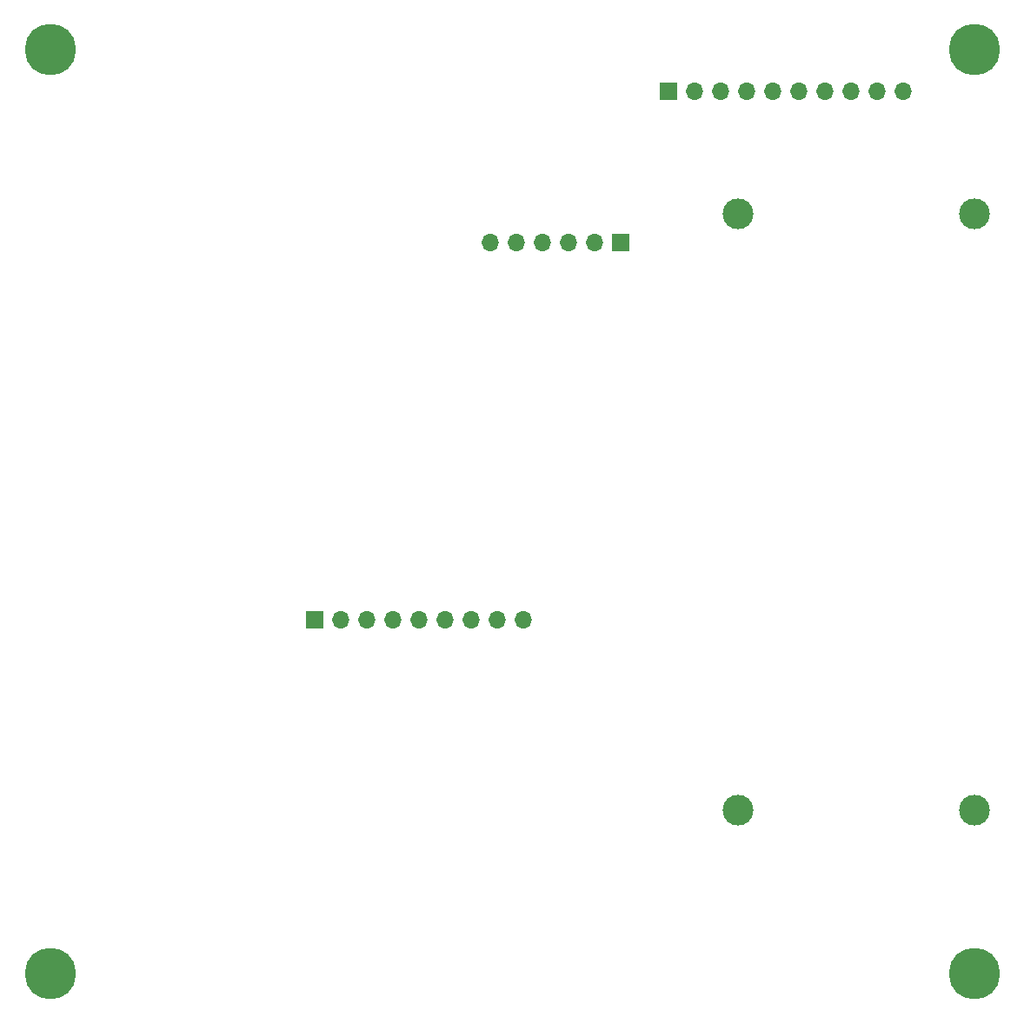
<source format=gbr>
%TF.GenerationSoftware,KiCad,Pcbnew,(5.1.12-1-10_14)*%
%TF.CreationDate,2022-02-15T12:56:50-08:00*%
%TF.ProjectId,g3_compute,67335f63-6f6d-4707-9574-652e6b696361,1*%
%TF.SameCoordinates,Original*%
%TF.FileFunction,Soldermask,Bot*%
%TF.FilePolarity,Negative*%
%FSLAX46Y46*%
G04 Gerber Fmt 4.6, Leading zero omitted, Abs format (unit mm)*
G04 Created by KiCad (PCBNEW (5.1.12-1-10_14)) date 2022-02-15 12:56:50*
%MOMM*%
%LPD*%
G01*
G04 APERTURE LIST*
%ADD10C,3.000000*%
%ADD11O,1.700000X1.700000*%
%ADD12R,1.700000X1.700000*%
%ADD13C,5.000000*%
G04 APERTURE END LIST*
D10*
%TO.C,J106*%
X172010000Y-71000000D03*
X195030000Y-70980000D03*
X195070000Y-129020000D03*
X172010000Y-129020000D03*
%TD*%
D11*
%TO.C,J107*%
X147850000Y-73750000D03*
X150390000Y-73750000D03*
X152930000Y-73750000D03*
X155470000Y-73750000D03*
X158010000Y-73750000D03*
D12*
X160550000Y-73750000D03*
%TD*%
D11*
%TO.C,J105*%
X188110000Y-59000000D03*
X185570000Y-59000000D03*
X183030000Y-59000000D03*
X180490000Y-59000000D03*
X177950000Y-59000000D03*
X175410000Y-59000000D03*
X172870000Y-59000000D03*
X170330000Y-59000000D03*
X167790000Y-59000000D03*
D12*
X165250000Y-59000000D03*
%TD*%
D11*
%TO.C,J101*%
X151060000Y-110540000D03*
X148520000Y-110540000D03*
X145980000Y-110540000D03*
X143440000Y-110540000D03*
X140900000Y-110540000D03*
X138360000Y-110540000D03*
X135820000Y-110540000D03*
X133280000Y-110540000D03*
D12*
X130740000Y-110540000D03*
%TD*%
D13*
%TO.C,H104*%
X195000000Y-145000000D03*
%TD*%
%TO.C,H103*%
X105000000Y-145000000D03*
%TD*%
%TO.C,H102*%
X195000000Y-55000000D03*
%TD*%
%TO.C,H101*%
X105000000Y-55000000D03*
%TD*%
M02*

</source>
